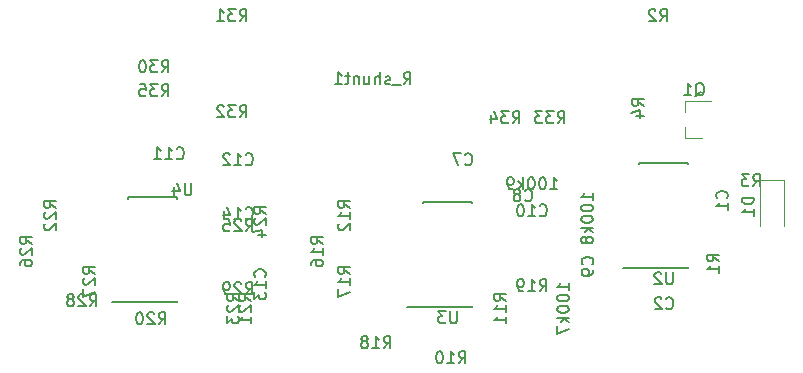
<source format=gbr>
G04 #@! TF.GenerationSoftware,KiCad,Pcbnew,(5.0.0-rc2-39-ga12b9db58)*
G04 #@! TF.CreationDate,2018-05-30T03:55:21-03:00*
G04 #@! TF.ProjectId,Signal,5369676E616C2E6B696361645F706362,rev?*
G04 #@! TF.SameCoordinates,Original*
G04 #@! TF.FileFunction,Legend,Bot*
G04 #@! TF.FilePolarity,Positive*
%FSLAX46Y46*%
G04 Gerber Fmt 4.6, Leading zero omitted, Abs format (unit mm)*
G04 Created by KiCad (PCBNEW (5.0.0-rc2-39-ga12b9db58)) date Wed May 30 03:55:21 2018*
%MOMM*%
%LPD*%
G01*
G04 APERTURE LIST*
%ADD10C,0.120000*%
%ADD11C,0.150000*%
G04 APERTURE END LIST*
D10*
G04 #@! TO.C,Q1*
X71376000Y-26472000D02*
X71376000Y-25542000D01*
X71376000Y-23312000D02*
X71376000Y-24242000D01*
X71376000Y-23312000D02*
X73536000Y-23312000D01*
X71376000Y-26472000D02*
X72836000Y-26472000D01*
G04 #@! TO.C,D1*
X77740000Y-30008000D02*
X79740000Y-30008000D01*
X79740000Y-30008000D02*
X79740000Y-33908000D01*
X77740000Y-30008000D02*
X77740000Y-33908000D01*
D11*
G04 #@! TO.C,U3*
X49233000Y-40772000D02*
X49233000Y-40747000D01*
X53383000Y-40772000D02*
X53383000Y-40657000D01*
X53383000Y-31872000D02*
X53383000Y-31987000D01*
X49233000Y-31872000D02*
X49233000Y-31987000D01*
X49233000Y-40772000D02*
X53383000Y-40772000D01*
X49233000Y-31872000D02*
X53383000Y-31872000D01*
X49233000Y-40747000D02*
X47858000Y-40747000D01*
G04 #@! TO.C,U4*
X24214000Y-40366000D02*
X22839000Y-40366000D01*
X24214000Y-31491000D02*
X28364000Y-31491000D01*
X24214000Y-40391000D02*
X28364000Y-40391000D01*
X24214000Y-31491000D02*
X24214000Y-31606000D01*
X28364000Y-31491000D02*
X28364000Y-31606000D01*
X28364000Y-40391000D02*
X28364000Y-40276000D01*
X24214000Y-40391000D02*
X24214000Y-40366000D01*
G04 #@! TO.C,U2*
X67521000Y-37470000D02*
X67521000Y-37445000D01*
X71671000Y-37470000D02*
X71671000Y-37355000D01*
X71671000Y-28570000D02*
X71671000Y-28685000D01*
X67521000Y-28570000D02*
X67521000Y-28685000D01*
X67521000Y-37470000D02*
X71671000Y-37470000D01*
X67521000Y-28570000D02*
X71671000Y-28570000D01*
X67521000Y-37445000D02*
X66146000Y-37445000D01*
G04 #@! TO.C,Q1*
X72231238Y-22939619D02*
X72326476Y-22892000D01*
X72421714Y-22796761D01*
X72564571Y-22653904D01*
X72659809Y-22606285D01*
X72755047Y-22606285D01*
X72707428Y-22844380D02*
X72802666Y-22796761D01*
X72897904Y-22701523D01*
X72945523Y-22511047D01*
X72945523Y-22177714D01*
X72897904Y-21987238D01*
X72802666Y-21892000D01*
X72707428Y-21844380D01*
X72516952Y-21844380D01*
X72421714Y-21892000D01*
X72326476Y-21987238D01*
X72278857Y-22177714D01*
X72278857Y-22511047D01*
X72326476Y-22701523D01*
X72421714Y-22796761D01*
X72516952Y-22844380D01*
X72707428Y-22844380D01*
X71326476Y-22844380D02*
X71897904Y-22844380D01*
X71612190Y-22844380D02*
X71612190Y-21844380D01*
X71707428Y-21987238D01*
X71802666Y-22082476D01*
X71897904Y-22130095D01*
G04 #@! TO.C,R18*
X45854857Y-44266380D02*
X46188190Y-43790190D01*
X46426285Y-44266380D02*
X46426285Y-43266380D01*
X46045333Y-43266380D01*
X45950095Y-43314000D01*
X45902476Y-43361619D01*
X45854857Y-43456857D01*
X45854857Y-43599714D01*
X45902476Y-43694952D01*
X45950095Y-43742571D01*
X46045333Y-43790190D01*
X46426285Y-43790190D01*
X44902476Y-44266380D02*
X45473904Y-44266380D01*
X45188190Y-44266380D02*
X45188190Y-43266380D01*
X45283428Y-43409238D01*
X45378666Y-43504476D01*
X45473904Y-43552095D01*
X44331047Y-43694952D02*
X44426285Y-43647333D01*
X44473904Y-43599714D01*
X44521523Y-43504476D01*
X44521523Y-43456857D01*
X44473904Y-43361619D01*
X44426285Y-43314000D01*
X44331047Y-43266380D01*
X44140571Y-43266380D01*
X44045333Y-43314000D01*
X43997714Y-43361619D01*
X43950095Y-43456857D01*
X43950095Y-43504476D01*
X43997714Y-43599714D01*
X44045333Y-43647333D01*
X44140571Y-43694952D01*
X44331047Y-43694952D01*
X44426285Y-43742571D01*
X44473904Y-43790190D01*
X44521523Y-43885428D01*
X44521523Y-44075904D01*
X44473904Y-44171142D01*
X44426285Y-44218761D01*
X44331047Y-44266380D01*
X44140571Y-44266380D01*
X44045333Y-44218761D01*
X43997714Y-44171142D01*
X43950095Y-44075904D01*
X43950095Y-43885428D01*
X43997714Y-43790190D01*
X44045333Y-43742571D01*
X44140571Y-43694952D01*
G04 #@! TO.C,C14*
X34170857Y-33251142D02*
X34218476Y-33298761D01*
X34361333Y-33346380D01*
X34456571Y-33346380D01*
X34599428Y-33298761D01*
X34694666Y-33203523D01*
X34742285Y-33108285D01*
X34789904Y-32917809D01*
X34789904Y-32774952D01*
X34742285Y-32584476D01*
X34694666Y-32489238D01*
X34599428Y-32394000D01*
X34456571Y-32346380D01*
X34361333Y-32346380D01*
X34218476Y-32394000D01*
X34170857Y-32441619D01*
X33218476Y-33346380D02*
X33789904Y-33346380D01*
X33504190Y-33346380D02*
X33504190Y-32346380D01*
X33599428Y-32489238D01*
X33694666Y-32584476D01*
X33789904Y-32632095D01*
X32361333Y-32679714D02*
X32361333Y-33346380D01*
X32599428Y-32298761D02*
X32837523Y-33013047D01*
X32218476Y-33013047D01*
G04 #@! TO.C,C13*
X35791142Y-38219142D02*
X35838761Y-38171523D01*
X35886380Y-38028666D01*
X35886380Y-37933428D01*
X35838761Y-37790571D01*
X35743523Y-37695333D01*
X35648285Y-37647714D01*
X35457809Y-37600095D01*
X35314952Y-37600095D01*
X35124476Y-37647714D01*
X35029238Y-37695333D01*
X34934000Y-37790571D01*
X34886380Y-37933428D01*
X34886380Y-38028666D01*
X34934000Y-38171523D01*
X34981619Y-38219142D01*
X35886380Y-39171523D02*
X35886380Y-38600095D01*
X35886380Y-38885809D02*
X34886380Y-38885809D01*
X35029238Y-38790571D01*
X35124476Y-38695333D01*
X35172095Y-38600095D01*
X34886380Y-39504857D02*
X34886380Y-40123904D01*
X35267333Y-39790571D01*
X35267333Y-39933428D01*
X35314952Y-40028666D01*
X35362571Y-40076285D01*
X35457809Y-40123904D01*
X35695904Y-40123904D01*
X35791142Y-40076285D01*
X35838761Y-40028666D01*
X35886380Y-39933428D01*
X35886380Y-39647714D01*
X35838761Y-39552476D01*
X35791142Y-39504857D01*
G04 #@! TO.C,C12*
X34170857Y-28679142D02*
X34218476Y-28726761D01*
X34361333Y-28774380D01*
X34456571Y-28774380D01*
X34599428Y-28726761D01*
X34694666Y-28631523D01*
X34742285Y-28536285D01*
X34789904Y-28345809D01*
X34789904Y-28202952D01*
X34742285Y-28012476D01*
X34694666Y-27917238D01*
X34599428Y-27822000D01*
X34456571Y-27774380D01*
X34361333Y-27774380D01*
X34218476Y-27822000D01*
X34170857Y-27869619D01*
X33218476Y-28774380D02*
X33789904Y-28774380D01*
X33504190Y-28774380D02*
X33504190Y-27774380D01*
X33599428Y-27917238D01*
X33694666Y-28012476D01*
X33789904Y-28060095D01*
X32837523Y-27869619D02*
X32789904Y-27822000D01*
X32694666Y-27774380D01*
X32456571Y-27774380D01*
X32361333Y-27822000D01*
X32313714Y-27869619D01*
X32266095Y-27964857D01*
X32266095Y-28060095D01*
X32313714Y-28202952D01*
X32885142Y-28774380D01*
X32266095Y-28774380D01*
G04 #@! TO.C,C11*
X28328857Y-28171142D02*
X28376476Y-28218761D01*
X28519333Y-28266380D01*
X28614571Y-28266380D01*
X28757428Y-28218761D01*
X28852666Y-28123523D01*
X28900285Y-28028285D01*
X28947904Y-27837809D01*
X28947904Y-27694952D01*
X28900285Y-27504476D01*
X28852666Y-27409238D01*
X28757428Y-27314000D01*
X28614571Y-27266380D01*
X28519333Y-27266380D01*
X28376476Y-27314000D01*
X28328857Y-27361619D01*
X27376476Y-28266380D02*
X27947904Y-28266380D01*
X27662190Y-28266380D02*
X27662190Y-27266380D01*
X27757428Y-27409238D01*
X27852666Y-27504476D01*
X27947904Y-27552095D01*
X26424095Y-28266380D02*
X26995523Y-28266380D01*
X26709809Y-28266380D02*
X26709809Y-27266380D01*
X26805047Y-27409238D01*
X26900285Y-27504476D01*
X26995523Y-27552095D01*
G04 #@! TO.C,C1*
X74907142Y-31583333D02*
X74954761Y-31535714D01*
X75002380Y-31392857D01*
X75002380Y-31297619D01*
X74954761Y-31154761D01*
X74859523Y-31059523D01*
X74764285Y-31011904D01*
X74573809Y-30964285D01*
X74430952Y-30964285D01*
X74240476Y-31011904D01*
X74145238Y-31059523D01*
X74050000Y-31154761D01*
X74002380Y-31297619D01*
X74002380Y-31392857D01*
X74050000Y-31535714D01*
X74097619Y-31583333D01*
X75002380Y-32535714D02*
X75002380Y-31964285D01*
X75002380Y-32250000D02*
X74002380Y-32250000D01*
X74145238Y-32154761D01*
X74240476Y-32059523D01*
X74288095Y-31964285D01*
G04 #@! TO.C,C2*
X69762666Y-40869142D02*
X69810285Y-40916761D01*
X69953142Y-40964380D01*
X70048380Y-40964380D01*
X70191238Y-40916761D01*
X70286476Y-40821523D01*
X70334095Y-40726285D01*
X70381714Y-40535809D01*
X70381714Y-40392952D01*
X70334095Y-40202476D01*
X70286476Y-40107238D01*
X70191238Y-40012000D01*
X70048380Y-39964380D01*
X69953142Y-39964380D01*
X69810285Y-40012000D01*
X69762666Y-40059619D01*
X69381714Y-40059619D02*
X69334095Y-40012000D01*
X69238857Y-39964380D01*
X69000761Y-39964380D01*
X68905523Y-40012000D01*
X68857904Y-40059619D01*
X68810285Y-40154857D01*
X68810285Y-40250095D01*
X68857904Y-40392952D01*
X69429333Y-40964380D01*
X68810285Y-40964380D01*
G04 #@! TO.C,C7*
X52744666Y-28679142D02*
X52792285Y-28726761D01*
X52935142Y-28774380D01*
X53030380Y-28774380D01*
X53173238Y-28726761D01*
X53268476Y-28631523D01*
X53316095Y-28536285D01*
X53363714Y-28345809D01*
X53363714Y-28202952D01*
X53316095Y-28012476D01*
X53268476Y-27917238D01*
X53173238Y-27822000D01*
X53030380Y-27774380D01*
X52935142Y-27774380D01*
X52792285Y-27822000D01*
X52744666Y-27869619D01*
X52411333Y-27774380D02*
X51744666Y-27774380D01*
X52173238Y-28774380D01*
G04 #@! TO.C,C8*
X57824666Y-31725142D02*
X57872285Y-31772761D01*
X58015142Y-31820380D01*
X58110380Y-31820380D01*
X58253238Y-31772761D01*
X58348476Y-31677523D01*
X58396095Y-31582285D01*
X58443714Y-31391809D01*
X58443714Y-31248952D01*
X58396095Y-31058476D01*
X58348476Y-30963238D01*
X58253238Y-30868000D01*
X58110380Y-30820380D01*
X58015142Y-30820380D01*
X57872285Y-30868000D01*
X57824666Y-30915619D01*
X57253238Y-31248952D02*
X57348476Y-31201333D01*
X57396095Y-31153714D01*
X57443714Y-31058476D01*
X57443714Y-31010857D01*
X57396095Y-30915619D01*
X57348476Y-30868000D01*
X57253238Y-30820380D01*
X57062761Y-30820380D01*
X56967523Y-30868000D01*
X56919904Y-30915619D01*
X56872285Y-31010857D01*
X56872285Y-31058476D01*
X56919904Y-31153714D01*
X56967523Y-31201333D01*
X57062761Y-31248952D01*
X57253238Y-31248952D01*
X57348476Y-31296571D01*
X57396095Y-31344190D01*
X57443714Y-31439428D01*
X57443714Y-31629904D01*
X57396095Y-31725142D01*
X57348476Y-31772761D01*
X57253238Y-31820380D01*
X57062761Y-31820380D01*
X56967523Y-31772761D01*
X56919904Y-31725142D01*
X56872285Y-31629904D01*
X56872285Y-31439428D01*
X56919904Y-31344190D01*
X56967523Y-31296571D01*
X57062761Y-31248952D01*
G04 #@! TO.C,C9*
X63523642Y-37171333D02*
X63571261Y-37123714D01*
X63618880Y-36980857D01*
X63618880Y-36885619D01*
X63571261Y-36742761D01*
X63476023Y-36647523D01*
X63380785Y-36599904D01*
X63190309Y-36552285D01*
X63047452Y-36552285D01*
X62856976Y-36599904D01*
X62761738Y-36647523D01*
X62666500Y-36742761D01*
X62618880Y-36885619D01*
X62618880Y-36980857D01*
X62666500Y-37123714D01*
X62714119Y-37171333D01*
X63618880Y-37647523D02*
X63618880Y-37838000D01*
X63571261Y-37933238D01*
X63523642Y-37980857D01*
X63380785Y-38076095D01*
X63190309Y-38123714D01*
X62809357Y-38123714D01*
X62714119Y-38076095D01*
X62666500Y-38028476D01*
X62618880Y-37933238D01*
X62618880Y-37742761D01*
X62666500Y-37647523D01*
X62714119Y-37599904D01*
X62809357Y-37552285D01*
X63047452Y-37552285D01*
X63142690Y-37599904D01*
X63190309Y-37647523D01*
X63237928Y-37742761D01*
X63237928Y-37933238D01*
X63190309Y-38028476D01*
X63142690Y-38076095D01*
X63047452Y-38123714D01*
G04 #@! TO.C,C10*
X59062857Y-32997142D02*
X59110476Y-33044761D01*
X59253333Y-33092380D01*
X59348571Y-33092380D01*
X59491428Y-33044761D01*
X59586666Y-32949523D01*
X59634285Y-32854285D01*
X59681904Y-32663809D01*
X59681904Y-32520952D01*
X59634285Y-32330476D01*
X59586666Y-32235238D01*
X59491428Y-32140000D01*
X59348571Y-32092380D01*
X59253333Y-32092380D01*
X59110476Y-32140000D01*
X59062857Y-32187619D01*
X58110476Y-33092380D02*
X58681904Y-33092380D01*
X58396190Y-33092380D02*
X58396190Y-32092380D01*
X58491428Y-32235238D01*
X58586666Y-32330476D01*
X58681904Y-32378095D01*
X57491428Y-32092380D02*
X57396190Y-32092380D01*
X57300952Y-32140000D01*
X57253333Y-32187619D01*
X57205714Y-32282857D01*
X57158095Y-32473333D01*
X57158095Y-32711428D01*
X57205714Y-32901904D01*
X57253333Y-32997142D01*
X57300952Y-33044761D01*
X57396190Y-33092380D01*
X57491428Y-33092380D01*
X57586666Y-33044761D01*
X57634285Y-32997142D01*
X57681904Y-32901904D01*
X57729523Y-32711428D01*
X57729523Y-32473333D01*
X57681904Y-32282857D01*
X57634285Y-32187619D01*
X57586666Y-32140000D01*
X57491428Y-32092380D01*
G04 #@! TO.C,D1*
X77192380Y-31519904D02*
X76192380Y-31519904D01*
X76192380Y-31758000D01*
X76240000Y-31900857D01*
X76335238Y-31996095D01*
X76430476Y-32043714D01*
X76620952Y-32091333D01*
X76763809Y-32091333D01*
X76954285Y-32043714D01*
X77049523Y-31996095D01*
X77144761Y-31900857D01*
X77192380Y-31758000D01*
X77192380Y-31519904D01*
X77192380Y-33043714D02*
X77192380Y-32472285D01*
X77192380Y-32758000D02*
X76192380Y-32758000D01*
X76335238Y-32662761D01*
X76430476Y-32567523D01*
X76478095Y-32472285D01*
G04 #@! TO.C,R16*
X40712380Y-35425142D02*
X40236190Y-35091809D01*
X40712380Y-34853714D02*
X39712380Y-34853714D01*
X39712380Y-35234666D01*
X39760000Y-35329904D01*
X39807619Y-35377523D01*
X39902857Y-35425142D01*
X40045714Y-35425142D01*
X40140952Y-35377523D01*
X40188571Y-35329904D01*
X40236190Y-35234666D01*
X40236190Y-34853714D01*
X40712380Y-36377523D02*
X40712380Y-35806095D01*
X40712380Y-36091809D02*
X39712380Y-36091809D01*
X39855238Y-35996571D01*
X39950476Y-35901333D01*
X39998095Y-35806095D01*
X39712380Y-37234666D02*
X39712380Y-37044190D01*
X39760000Y-36948952D01*
X39807619Y-36901333D01*
X39950476Y-36806095D01*
X40140952Y-36758476D01*
X40521904Y-36758476D01*
X40617142Y-36806095D01*
X40664761Y-36853714D01*
X40712380Y-36948952D01*
X40712380Y-37139428D01*
X40664761Y-37234666D01*
X40617142Y-37282285D01*
X40521904Y-37329904D01*
X40283809Y-37329904D01*
X40188571Y-37282285D01*
X40140952Y-37234666D01*
X40093333Y-37139428D01*
X40093333Y-36948952D01*
X40140952Y-36853714D01*
X40188571Y-36806095D01*
X40283809Y-36758476D01*
G04 #@! TO.C,100k7*
X61538380Y-39346380D02*
X61538380Y-38774952D01*
X61538380Y-39060666D02*
X60538380Y-39060666D01*
X60681238Y-38965428D01*
X60776476Y-38870190D01*
X60824095Y-38774952D01*
X60538380Y-39965428D02*
X60538380Y-40060666D01*
X60586000Y-40155904D01*
X60633619Y-40203523D01*
X60728857Y-40251142D01*
X60919333Y-40298761D01*
X61157428Y-40298761D01*
X61347904Y-40251142D01*
X61443142Y-40203523D01*
X61490761Y-40155904D01*
X61538380Y-40060666D01*
X61538380Y-39965428D01*
X61490761Y-39870190D01*
X61443142Y-39822571D01*
X61347904Y-39774952D01*
X61157428Y-39727333D01*
X60919333Y-39727333D01*
X60728857Y-39774952D01*
X60633619Y-39822571D01*
X60586000Y-39870190D01*
X60538380Y-39965428D01*
X60538380Y-40917809D02*
X60538380Y-41013047D01*
X60586000Y-41108285D01*
X60633619Y-41155904D01*
X60728857Y-41203523D01*
X60919333Y-41251142D01*
X61157428Y-41251142D01*
X61347904Y-41203523D01*
X61443142Y-41155904D01*
X61490761Y-41108285D01*
X61538380Y-41013047D01*
X61538380Y-40917809D01*
X61490761Y-40822571D01*
X61443142Y-40774952D01*
X61347904Y-40727333D01*
X61157428Y-40679714D01*
X60919333Y-40679714D01*
X60728857Y-40727333D01*
X60633619Y-40774952D01*
X60586000Y-40822571D01*
X60538380Y-40917809D01*
X61538380Y-41679714D02*
X60538380Y-41679714D01*
X61157428Y-41774952D02*
X61538380Y-42060666D01*
X60871714Y-42060666D02*
X61252666Y-41679714D01*
X60538380Y-42394000D02*
X60538380Y-43060666D01*
X61538380Y-42632095D01*
G04 #@! TO.C,R12*
X42998380Y-32377142D02*
X42522190Y-32043809D01*
X42998380Y-31805714D02*
X41998380Y-31805714D01*
X41998380Y-32186666D01*
X42046000Y-32281904D01*
X42093619Y-32329523D01*
X42188857Y-32377142D01*
X42331714Y-32377142D01*
X42426952Y-32329523D01*
X42474571Y-32281904D01*
X42522190Y-32186666D01*
X42522190Y-31805714D01*
X42998380Y-33329523D02*
X42998380Y-32758095D01*
X42998380Y-33043809D02*
X41998380Y-33043809D01*
X42141238Y-32948571D01*
X42236476Y-32853333D01*
X42284095Y-32758095D01*
X42093619Y-33710476D02*
X42046000Y-33758095D01*
X41998380Y-33853333D01*
X41998380Y-34091428D01*
X42046000Y-34186666D01*
X42093619Y-34234285D01*
X42188857Y-34281904D01*
X42284095Y-34281904D01*
X42426952Y-34234285D01*
X42998380Y-33662857D01*
X42998380Y-34281904D01*
G04 #@! TO.C,R1*
X74240380Y-36917333D02*
X73764190Y-36584000D01*
X74240380Y-36345904D02*
X73240380Y-36345904D01*
X73240380Y-36726857D01*
X73288000Y-36822095D01*
X73335619Y-36869714D01*
X73430857Y-36917333D01*
X73573714Y-36917333D01*
X73668952Y-36869714D01*
X73716571Y-36822095D01*
X73764190Y-36726857D01*
X73764190Y-36345904D01*
X74240380Y-37869714D02*
X74240380Y-37298285D01*
X74240380Y-37584000D02*
X73240380Y-37584000D01*
X73383238Y-37488761D01*
X73478476Y-37393523D01*
X73526095Y-37298285D01*
G04 #@! TO.C,R2*
X69254666Y-16582380D02*
X69588000Y-16106190D01*
X69826095Y-16582380D02*
X69826095Y-15582380D01*
X69445142Y-15582380D01*
X69349904Y-15630000D01*
X69302285Y-15677619D01*
X69254666Y-15772857D01*
X69254666Y-15915714D01*
X69302285Y-16010952D01*
X69349904Y-16058571D01*
X69445142Y-16106190D01*
X69826095Y-16106190D01*
X68873714Y-15677619D02*
X68826095Y-15630000D01*
X68730857Y-15582380D01*
X68492761Y-15582380D01*
X68397523Y-15630000D01*
X68349904Y-15677619D01*
X68302285Y-15772857D01*
X68302285Y-15868095D01*
X68349904Y-16010952D01*
X68921333Y-16582380D01*
X68302285Y-16582380D01*
G04 #@! TO.C,R3*
X77128666Y-30550380D02*
X77462000Y-30074190D01*
X77700095Y-30550380D02*
X77700095Y-29550380D01*
X77319142Y-29550380D01*
X77223904Y-29598000D01*
X77176285Y-29645619D01*
X77128666Y-29740857D01*
X77128666Y-29883714D01*
X77176285Y-29978952D01*
X77223904Y-30026571D01*
X77319142Y-30074190D01*
X77700095Y-30074190D01*
X76795333Y-29550380D02*
X76176285Y-29550380D01*
X76509619Y-29931333D01*
X76366761Y-29931333D01*
X76271523Y-29978952D01*
X76223904Y-30026571D01*
X76176285Y-30121809D01*
X76176285Y-30359904D01*
X76223904Y-30455142D01*
X76271523Y-30502761D01*
X76366761Y-30550380D01*
X76652476Y-30550380D01*
X76747714Y-30502761D01*
X76795333Y-30455142D01*
G04 #@! TO.C,R4*
X67890380Y-23757833D02*
X67414190Y-23424500D01*
X67890380Y-23186404D02*
X66890380Y-23186404D01*
X66890380Y-23567357D01*
X66938000Y-23662595D01*
X66985619Y-23710214D01*
X67080857Y-23757833D01*
X67223714Y-23757833D01*
X67318952Y-23710214D01*
X67366571Y-23662595D01*
X67414190Y-23567357D01*
X67414190Y-23186404D01*
X67223714Y-24614976D02*
X67890380Y-24614976D01*
X66842761Y-24376880D02*
X67557047Y-24138785D01*
X67557047Y-24757833D01*
G04 #@! TO.C,R10*
X52204857Y-45536380D02*
X52538190Y-45060190D01*
X52776285Y-45536380D02*
X52776285Y-44536380D01*
X52395333Y-44536380D01*
X52300095Y-44584000D01*
X52252476Y-44631619D01*
X52204857Y-44726857D01*
X52204857Y-44869714D01*
X52252476Y-44964952D01*
X52300095Y-45012571D01*
X52395333Y-45060190D01*
X52776285Y-45060190D01*
X51252476Y-45536380D02*
X51823904Y-45536380D01*
X51538190Y-45536380D02*
X51538190Y-44536380D01*
X51633428Y-44679238D01*
X51728666Y-44774476D01*
X51823904Y-44822095D01*
X50633428Y-44536380D02*
X50538190Y-44536380D01*
X50442952Y-44584000D01*
X50395333Y-44631619D01*
X50347714Y-44726857D01*
X50300095Y-44917333D01*
X50300095Y-45155428D01*
X50347714Y-45345904D01*
X50395333Y-45441142D01*
X50442952Y-45488761D01*
X50538190Y-45536380D01*
X50633428Y-45536380D01*
X50728666Y-45488761D01*
X50776285Y-45441142D01*
X50823904Y-45345904D01*
X50871523Y-45155428D01*
X50871523Y-44917333D01*
X50823904Y-44726857D01*
X50776285Y-44631619D01*
X50728666Y-44584000D01*
X50633428Y-44536380D01*
G04 #@! TO.C,R11*
X56206380Y-40251142D02*
X55730190Y-39917809D01*
X56206380Y-39679714D02*
X55206380Y-39679714D01*
X55206380Y-40060666D01*
X55254000Y-40155904D01*
X55301619Y-40203523D01*
X55396857Y-40251142D01*
X55539714Y-40251142D01*
X55634952Y-40203523D01*
X55682571Y-40155904D01*
X55730190Y-40060666D01*
X55730190Y-39679714D01*
X56206380Y-41203523D02*
X56206380Y-40632095D01*
X56206380Y-40917809D02*
X55206380Y-40917809D01*
X55349238Y-40822571D01*
X55444476Y-40727333D01*
X55492095Y-40632095D01*
X56206380Y-42155904D02*
X56206380Y-41584476D01*
X56206380Y-41870190D02*
X55206380Y-41870190D01*
X55349238Y-41774952D01*
X55444476Y-41679714D01*
X55492095Y-41584476D01*
G04 #@! TO.C,R_shunt1*
X47553238Y-21916380D02*
X47886571Y-21440190D01*
X48124666Y-21916380D02*
X48124666Y-20916380D01*
X47743714Y-20916380D01*
X47648476Y-20964000D01*
X47600857Y-21011619D01*
X47553238Y-21106857D01*
X47553238Y-21249714D01*
X47600857Y-21344952D01*
X47648476Y-21392571D01*
X47743714Y-21440190D01*
X48124666Y-21440190D01*
X47362761Y-22011619D02*
X46600857Y-22011619D01*
X46410380Y-21868761D02*
X46315142Y-21916380D01*
X46124666Y-21916380D01*
X46029428Y-21868761D01*
X45981809Y-21773523D01*
X45981809Y-21725904D01*
X46029428Y-21630666D01*
X46124666Y-21583047D01*
X46267523Y-21583047D01*
X46362761Y-21535428D01*
X46410380Y-21440190D01*
X46410380Y-21392571D01*
X46362761Y-21297333D01*
X46267523Y-21249714D01*
X46124666Y-21249714D01*
X46029428Y-21297333D01*
X45553238Y-21916380D02*
X45553238Y-20916380D01*
X45124666Y-21916380D02*
X45124666Y-21392571D01*
X45172285Y-21297333D01*
X45267523Y-21249714D01*
X45410380Y-21249714D01*
X45505619Y-21297333D01*
X45553238Y-21344952D01*
X44219904Y-21249714D02*
X44219904Y-21916380D01*
X44648476Y-21249714D02*
X44648476Y-21773523D01*
X44600857Y-21868761D01*
X44505619Y-21916380D01*
X44362761Y-21916380D01*
X44267523Y-21868761D01*
X44219904Y-21821142D01*
X43743714Y-21249714D02*
X43743714Y-21916380D01*
X43743714Y-21344952D02*
X43696095Y-21297333D01*
X43600857Y-21249714D01*
X43458000Y-21249714D01*
X43362761Y-21297333D01*
X43315142Y-21392571D01*
X43315142Y-21916380D01*
X42981809Y-21249714D02*
X42600857Y-21249714D01*
X42838952Y-20916380D02*
X42838952Y-21773523D01*
X42791333Y-21868761D01*
X42696095Y-21916380D01*
X42600857Y-21916380D01*
X41743714Y-21916380D02*
X42315142Y-21916380D01*
X42029428Y-21916380D02*
X42029428Y-20916380D01*
X42124666Y-21059238D01*
X42219904Y-21154476D01*
X42315142Y-21202095D01*
G04 #@! TO.C,R28*
X20962857Y-40712380D02*
X21296190Y-40236190D01*
X21534285Y-40712380D02*
X21534285Y-39712380D01*
X21153333Y-39712380D01*
X21058095Y-39760000D01*
X21010476Y-39807619D01*
X20962857Y-39902857D01*
X20962857Y-40045714D01*
X21010476Y-40140952D01*
X21058095Y-40188571D01*
X21153333Y-40236190D01*
X21534285Y-40236190D01*
X20581904Y-39807619D02*
X20534285Y-39760000D01*
X20439047Y-39712380D01*
X20200952Y-39712380D01*
X20105714Y-39760000D01*
X20058095Y-39807619D01*
X20010476Y-39902857D01*
X20010476Y-39998095D01*
X20058095Y-40140952D01*
X20629523Y-40712380D01*
X20010476Y-40712380D01*
X19439047Y-40140952D02*
X19534285Y-40093333D01*
X19581904Y-40045714D01*
X19629523Y-39950476D01*
X19629523Y-39902857D01*
X19581904Y-39807619D01*
X19534285Y-39760000D01*
X19439047Y-39712380D01*
X19248571Y-39712380D01*
X19153333Y-39760000D01*
X19105714Y-39807619D01*
X19058095Y-39902857D01*
X19058095Y-39950476D01*
X19105714Y-40045714D01*
X19153333Y-40093333D01*
X19248571Y-40140952D01*
X19439047Y-40140952D01*
X19534285Y-40188571D01*
X19581904Y-40236190D01*
X19629523Y-40331428D01*
X19629523Y-40521904D01*
X19581904Y-40617142D01*
X19534285Y-40664761D01*
X19439047Y-40712380D01*
X19248571Y-40712380D01*
X19153333Y-40664761D01*
X19105714Y-40617142D01*
X19058095Y-40521904D01*
X19058095Y-40331428D01*
X19105714Y-40236190D01*
X19153333Y-40188571D01*
X19248571Y-40140952D01*
G04 #@! TO.C,R27*
X21406380Y-37965142D02*
X20930190Y-37631809D01*
X21406380Y-37393714D02*
X20406380Y-37393714D01*
X20406380Y-37774666D01*
X20454000Y-37869904D01*
X20501619Y-37917523D01*
X20596857Y-37965142D01*
X20739714Y-37965142D01*
X20834952Y-37917523D01*
X20882571Y-37869904D01*
X20930190Y-37774666D01*
X20930190Y-37393714D01*
X20501619Y-38346095D02*
X20454000Y-38393714D01*
X20406380Y-38488952D01*
X20406380Y-38727047D01*
X20454000Y-38822285D01*
X20501619Y-38869904D01*
X20596857Y-38917523D01*
X20692095Y-38917523D01*
X20834952Y-38869904D01*
X21406380Y-38298476D01*
X21406380Y-38917523D01*
X20406380Y-39250857D02*
X20406380Y-39917523D01*
X21406380Y-39488952D01*
G04 #@! TO.C,100k8*
X63570380Y-31726380D02*
X63570380Y-31154952D01*
X63570380Y-31440666D02*
X62570380Y-31440666D01*
X62713238Y-31345428D01*
X62808476Y-31250190D01*
X62856095Y-31154952D01*
X62570380Y-32345428D02*
X62570380Y-32440666D01*
X62618000Y-32535904D01*
X62665619Y-32583523D01*
X62760857Y-32631142D01*
X62951333Y-32678761D01*
X63189428Y-32678761D01*
X63379904Y-32631142D01*
X63475142Y-32583523D01*
X63522761Y-32535904D01*
X63570380Y-32440666D01*
X63570380Y-32345428D01*
X63522761Y-32250190D01*
X63475142Y-32202571D01*
X63379904Y-32154952D01*
X63189428Y-32107333D01*
X62951333Y-32107333D01*
X62760857Y-32154952D01*
X62665619Y-32202571D01*
X62618000Y-32250190D01*
X62570380Y-32345428D01*
X62570380Y-33297809D02*
X62570380Y-33393047D01*
X62618000Y-33488285D01*
X62665619Y-33535904D01*
X62760857Y-33583523D01*
X62951333Y-33631142D01*
X63189428Y-33631142D01*
X63379904Y-33583523D01*
X63475142Y-33535904D01*
X63522761Y-33488285D01*
X63570380Y-33393047D01*
X63570380Y-33297809D01*
X63522761Y-33202571D01*
X63475142Y-33154952D01*
X63379904Y-33107333D01*
X63189428Y-33059714D01*
X62951333Y-33059714D01*
X62760857Y-33107333D01*
X62665619Y-33154952D01*
X62618000Y-33202571D01*
X62570380Y-33297809D01*
X63570380Y-34059714D02*
X62570380Y-34059714D01*
X63189428Y-34154952D02*
X63570380Y-34440666D01*
X62903714Y-34440666D02*
X63284666Y-34059714D01*
X62998952Y-35012095D02*
X62951333Y-34916857D01*
X62903714Y-34869238D01*
X62808476Y-34821619D01*
X62760857Y-34821619D01*
X62665619Y-34869238D01*
X62618000Y-34916857D01*
X62570380Y-35012095D01*
X62570380Y-35202571D01*
X62618000Y-35297809D01*
X62665619Y-35345428D01*
X62760857Y-35393047D01*
X62808476Y-35393047D01*
X62903714Y-35345428D01*
X62951333Y-35297809D01*
X62998952Y-35202571D01*
X62998952Y-35012095D01*
X63046571Y-34916857D01*
X63094190Y-34869238D01*
X63189428Y-34821619D01*
X63379904Y-34821619D01*
X63475142Y-34869238D01*
X63522761Y-34916857D01*
X63570380Y-35012095D01*
X63570380Y-35202571D01*
X63522761Y-35297809D01*
X63475142Y-35345428D01*
X63379904Y-35393047D01*
X63189428Y-35393047D01*
X63094190Y-35345428D01*
X63046571Y-35297809D01*
X62998952Y-35202571D01*
G04 #@! TO.C,R25*
X34170857Y-34360380D02*
X34504190Y-33884190D01*
X34742285Y-34360380D02*
X34742285Y-33360380D01*
X34361333Y-33360380D01*
X34266095Y-33408000D01*
X34218476Y-33455619D01*
X34170857Y-33550857D01*
X34170857Y-33693714D01*
X34218476Y-33788952D01*
X34266095Y-33836571D01*
X34361333Y-33884190D01*
X34742285Y-33884190D01*
X33789904Y-33455619D02*
X33742285Y-33408000D01*
X33647047Y-33360380D01*
X33408952Y-33360380D01*
X33313714Y-33408000D01*
X33266095Y-33455619D01*
X33218476Y-33550857D01*
X33218476Y-33646095D01*
X33266095Y-33788952D01*
X33837523Y-34360380D01*
X33218476Y-34360380D01*
X32313714Y-33360380D02*
X32789904Y-33360380D01*
X32837523Y-33836571D01*
X32789904Y-33788952D01*
X32694666Y-33741333D01*
X32456571Y-33741333D01*
X32361333Y-33788952D01*
X32313714Y-33836571D01*
X32266095Y-33931809D01*
X32266095Y-34169904D01*
X32313714Y-34265142D01*
X32361333Y-34312761D01*
X32456571Y-34360380D01*
X32694666Y-34360380D01*
X32789904Y-34312761D01*
X32837523Y-34265142D01*
G04 #@! TO.C,R24*
X35886380Y-32885142D02*
X35410190Y-32551809D01*
X35886380Y-32313714D02*
X34886380Y-32313714D01*
X34886380Y-32694666D01*
X34934000Y-32789904D01*
X34981619Y-32837523D01*
X35076857Y-32885142D01*
X35219714Y-32885142D01*
X35314952Y-32837523D01*
X35362571Y-32789904D01*
X35410190Y-32694666D01*
X35410190Y-32313714D01*
X34981619Y-33266095D02*
X34934000Y-33313714D01*
X34886380Y-33408952D01*
X34886380Y-33647047D01*
X34934000Y-33742285D01*
X34981619Y-33789904D01*
X35076857Y-33837523D01*
X35172095Y-33837523D01*
X35314952Y-33789904D01*
X35886380Y-33218476D01*
X35886380Y-33837523D01*
X35219714Y-34694666D02*
X35886380Y-34694666D01*
X34838761Y-34456571D02*
X35553047Y-34218476D01*
X35553047Y-34837523D01*
G04 #@! TO.C,R23*
X33600380Y-40251142D02*
X33124190Y-39917809D01*
X33600380Y-39679714D02*
X32600380Y-39679714D01*
X32600380Y-40060666D01*
X32648000Y-40155904D01*
X32695619Y-40203523D01*
X32790857Y-40251142D01*
X32933714Y-40251142D01*
X33028952Y-40203523D01*
X33076571Y-40155904D01*
X33124190Y-40060666D01*
X33124190Y-39679714D01*
X32695619Y-40632095D02*
X32648000Y-40679714D01*
X32600380Y-40774952D01*
X32600380Y-41013047D01*
X32648000Y-41108285D01*
X32695619Y-41155904D01*
X32790857Y-41203523D01*
X32886095Y-41203523D01*
X33028952Y-41155904D01*
X33600380Y-40584476D01*
X33600380Y-41203523D01*
X32600380Y-41536857D02*
X32600380Y-42155904D01*
X32981333Y-41822571D01*
X32981333Y-41965428D01*
X33028952Y-42060666D01*
X33076571Y-42108285D01*
X33171809Y-42155904D01*
X33409904Y-42155904D01*
X33505142Y-42108285D01*
X33552761Y-42060666D01*
X33600380Y-41965428D01*
X33600380Y-41679714D01*
X33552761Y-41584476D01*
X33505142Y-41536857D01*
G04 #@! TO.C,R22*
X18106380Y-32377142D02*
X17630190Y-32043809D01*
X18106380Y-31805714D02*
X17106380Y-31805714D01*
X17106380Y-32186666D01*
X17154000Y-32281904D01*
X17201619Y-32329523D01*
X17296857Y-32377142D01*
X17439714Y-32377142D01*
X17534952Y-32329523D01*
X17582571Y-32281904D01*
X17630190Y-32186666D01*
X17630190Y-31805714D01*
X17201619Y-32758095D02*
X17154000Y-32805714D01*
X17106380Y-32900952D01*
X17106380Y-33139047D01*
X17154000Y-33234285D01*
X17201619Y-33281904D01*
X17296857Y-33329523D01*
X17392095Y-33329523D01*
X17534952Y-33281904D01*
X18106380Y-32710476D01*
X18106380Y-33329523D01*
X17201619Y-33710476D02*
X17154000Y-33758095D01*
X17106380Y-33853333D01*
X17106380Y-34091428D01*
X17154000Y-34186666D01*
X17201619Y-34234285D01*
X17296857Y-34281904D01*
X17392095Y-34281904D01*
X17534952Y-34234285D01*
X18106380Y-33662857D01*
X18106380Y-34281904D01*
G04 #@! TO.C,R21*
X34614380Y-40251142D02*
X34138190Y-39917809D01*
X34614380Y-39679714D02*
X33614380Y-39679714D01*
X33614380Y-40060666D01*
X33662000Y-40155904D01*
X33709619Y-40203523D01*
X33804857Y-40251142D01*
X33947714Y-40251142D01*
X34042952Y-40203523D01*
X34090571Y-40155904D01*
X34138190Y-40060666D01*
X34138190Y-39679714D01*
X33709619Y-40632095D02*
X33662000Y-40679714D01*
X33614380Y-40774952D01*
X33614380Y-41013047D01*
X33662000Y-41108285D01*
X33709619Y-41155904D01*
X33804857Y-41203523D01*
X33900095Y-41203523D01*
X34042952Y-41155904D01*
X34614380Y-40584476D01*
X34614380Y-41203523D01*
X34614380Y-42155904D02*
X34614380Y-41584476D01*
X34614380Y-41870190D02*
X33614380Y-41870190D01*
X33757238Y-41774952D01*
X33852476Y-41679714D01*
X33900095Y-41584476D01*
G04 #@! TO.C,R20*
X26804857Y-42236380D02*
X27138190Y-41760190D01*
X27376285Y-42236380D02*
X27376285Y-41236380D01*
X26995333Y-41236380D01*
X26900095Y-41284000D01*
X26852476Y-41331619D01*
X26804857Y-41426857D01*
X26804857Y-41569714D01*
X26852476Y-41664952D01*
X26900095Y-41712571D01*
X26995333Y-41760190D01*
X27376285Y-41760190D01*
X26423904Y-41331619D02*
X26376285Y-41284000D01*
X26281047Y-41236380D01*
X26042952Y-41236380D01*
X25947714Y-41284000D01*
X25900095Y-41331619D01*
X25852476Y-41426857D01*
X25852476Y-41522095D01*
X25900095Y-41664952D01*
X26471523Y-42236380D01*
X25852476Y-42236380D01*
X25233428Y-41236380D02*
X25138190Y-41236380D01*
X25042952Y-41284000D01*
X24995333Y-41331619D01*
X24947714Y-41426857D01*
X24900095Y-41617333D01*
X24900095Y-41855428D01*
X24947714Y-42045904D01*
X24995333Y-42141142D01*
X25042952Y-42188761D01*
X25138190Y-42236380D01*
X25233428Y-42236380D01*
X25328666Y-42188761D01*
X25376285Y-42141142D01*
X25423904Y-42045904D01*
X25471523Y-41855428D01*
X25471523Y-41617333D01*
X25423904Y-41426857D01*
X25376285Y-41331619D01*
X25328666Y-41284000D01*
X25233428Y-41236380D01*
G04 #@! TO.C,R19*
X59062857Y-39440380D02*
X59396190Y-38964190D01*
X59634285Y-39440380D02*
X59634285Y-38440380D01*
X59253333Y-38440380D01*
X59158095Y-38488000D01*
X59110476Y-38535619D01*
X59062857Y-38630857D01*
X59062857Y-38773714D01*
X59110476Y-38868952D01*
X59158095Y-38916571D01*
X59253333Y-38964190D01*
X59634285Y-38964190D01*
X58110476Y-39440380D02*
X58681904Y-39440380D01*
X58396190Y-39440380D02*
X58396190Y-38440380D01*
X58491428Y-38583238D01*
X58586666Y-38678476D01*
X58681904Y-38726095D01*
X57634285Y-39440380D02*
X57443809Y-39440380D01*
X57348571Y-39392761D01*
X57300952Y-39345142D01*
X57205714Y-39202285D01*
X57158095Y-39011809D01*
X57158095Y-38630857D01*
X57205714Y-38535619D01*
X57253333Y-38488000D01*
X57348571Y-38440380D01*
X57539047Y-38440380D01*
X57634285Y-38488000D01*
X57681904Y-38535619D01*
X57729523Y-38630857D01*
X57729523Y-38868952D01*
X57681904Y-38964190D01*
X57634285Y-39011809D01*
X57539047Y-39059428D01*
X57348571Y-39059428D01*
X57253333Y-39011809D01*
X57205714Y-38964190D01*
X57158095Y-38868952D01*
G04 #@! TO.C,R17*
X42998380Y-37965142D02*
X42522190Y-37631809D01*
X42998380Y-37393714D02*
X41998380Y-37393714D01*
X41998380Y-37774666D01*
X42046000Y-37869904D01*
X42093619Y-37917523D01*
X42188857Y-37965142D01*
X42331714Y-37965142D01*
X42426952Y-37917523D01*
X42474571Y-37869904D01*
X42522190Y-37774666D01*
X42522190Y-37393714D01*
X42998380Y-38917523D02*
X42998380Y-38346095D01*
X42998380Y-38631809D02*
X41998380Y-38631809D01*
X42141238Y-38536571D01*
X42236476Y-38441333D01*
X42284095Y-38346095D01*
X41998380Y-39250857D02*
X41998380Y-39917523D01*
X42998380Y-39488952D01*
G04 #@! TO.C,R26*
X16074380Y-35425142D02*
X15598190Y-35091809D01*
X16074380Y-34853714D02*
X15074380Y-34853714D01*
X15074380Y-35234666D01*
X15122000Y-35329904D01*
X15169619Y-35377523D01*
X15264857Y-35425142D01*
X15407714Y-35425142D01*
X15502952Y-35377523D01*
X15550571Y-35329904D01*
X15598190Y-35234666D01*
X15598190Y-34853714D01*
X15169619Y-35806095D02*
X15122000Y-35853714D01*
X15074380Y-35948952D01*
X15074380Y-36187047D01*
X15122000Y-36282285D01*
X15169619Y-36329904D01*
X15264857Y-36377523D01*
X15360095Y-36377523D01*
X15502952Y-36329904D01*
X16074380Y-35758476D01*
X16074380Y-36377523D01*
X15074380Y-37234666D02*
X15074380Y-37044190D01*
X15122000Y-36948952D01*
X15169619Y-36901333D01*
X15312476Y-36806095D01*
X15502952Y-36758476D01*
X15883904Y-36758476D01*
X15979142Y-36806095D01*
X16026761Y-36853714D01*
X16074380Y-36948952D01*
X16074380Y-37139428D01*
X16026761Y-37234666D01*
X15979142Y-37282285D01*
X15883904Y-37329904D01*
X15645809Y-37329904D01*
X15550571Y-37282285D01*
X15502952Y-37234666D01*
X15455333Y-37139428D01*
X15455333Y-36948952D01*
X15502952Y-36853714D01*
X15550571Y-36806095D01*
X15645809Y-36758476D01*
G04 #@! TO.C,100k9*
X59967619Y-30806380D02*
X60539047Y-30806380D01*
X60253333Y-30806380D02*
X60253333Y-29806380D01*
X60348571Y-29949238D01*
X60443809Y-30044476D01*
X60539047Y-30092095D01*
X59348571Y-29806380D02*
X59253333Y-29806380D01*
X59158095Y-29854000D01*
X59110476Y-29901619D01*
X59062857Y-29996857D01*
X59015238Y-30187333D01*
X59015238Y-30425428D01*
X59062857Y-30615904D01*
X59110476Y-30711142D01*
X59158095Y-30758761D01*
X59253333Y-30806380D01*
X59348571Y-30806380D01*
X59443809Y-30758761D01*
X59491428Y-30711142D01*
X59539047Y-30615904D01*
X59586666Y-30425428D01*
X59586666Y-30187333D01*
X59539047Y-29996857D01*
X59491428Y-29901619D01*
X59443809Y-29854000D01*
X59348571Y-29806380D01*
X58396190Y-29806380D02*
X58300952Y-29806380D01*
X58205714Y-29854000D01*
X58158095Y-29901619D01*
X58110476Y-29996857D01*
X58062857Y-30187333D01*
X58062857Y-30425428D01*
X58110476Y-30615904D01*
X58158095Y-30711142D01*
X58205714Y-30758761D01*
X58300952Y-30806380D01*
X58396190Y-30806380D01*
X58491428Y-30758761D01*
X58539047Y-30711142D01*
X58586666Y-30615904D01*
X58634285Y-30425428D01*
X58634285Y-30187333D01*
X58586666Y-29996857D01*
X58539047Y-29901619D01*
X58491428Y-29854000D01*
X58396190Y-29806380D01*
X57634285Y-30806380D02*
X57634285Y-29806380D01*
X57539047Y-30425428D02*
X57253333Y-30806380D01*
X57253333Y-30139714D02*
X57634285Y-30520666D01*
X56777142Y-30806380D02*
X56586666Y-30806380D01*
X56491428Y-30758761D01*
X56443809Y-30711142D01*
X56348571Y-30568285D01*
X56300952Y-30377809D01*
X56300952Y-29996857D01*
X56348571Y-29901619D01*
X56396190Y-29854000D01*
X56491428Y-29806380D01*
X56681904Y-29806380D01*
X56777142Y-29854000D01*
X56824761Y-29901619D01*
X56872380Y-29996857D01*
X56872380Y-30234952D01*
X56824761Y-30330190D01*
X56777142Y-30377809D01*
X56681904Y-30425428D01*
X56491428Y-30425428D01*
X56396190Y-30377809D01*
X56348571Y-30330190D01*
X56300952Y-30234952D01*
G04 #@! TO.C,R29*
X34170857Y-39694380D02*
X34504190Y-39218190D01*
X34742285Y-39694380D02*
X34742285Y-38694380D01*
X34361333Y-38694380D01*
X34266095Y-38742000D01*
X34218476Y-38789619D01*
X34170857Y-38884857D01*
X34170857Y-39027714D01*
X34218476Y-39122952D01*
X34266095Y-39170571D01*
X34361333Y-39218190D01*
X34742285Y-39218190D01*
X33789904Y-38789619D02*
X33742285Y-38742000D01*
X33647047Y-38694380D01*
X33408952Y-38694380D01*
X33313714Y-38742000D01*
X33266095Y-38789619D01*
X33218476Y-38884857D01*
X33218476Y-38980095D01*
X33266095Y-39122952D01*
X33837523Y-39694380D01*
X33218476Y-39694380D01*
X32742285Y-39694380D02*
X32551809Y-39694380D01*
X32456571Y-39646761D01*
X32408952Y-39599142D01*
X32313714Y-39456285D01*
X32266095Y-39265809D01*
X32266095Y-38884857D01*
X32313714Y-38789619D01*
X32361333Y-38742000D01*
X32456571Y-38694380D01*
X32647047Y-38694380D01*
X32742285Y-38742000D01*
X32789904Y-38789619D01*
X32837523Y-38884857D01*
X32837523Y-39122952D01*
X32789904Y-39218190D01*
X32742285Y-39265809D01*
X32647047Y-39313428D01*
X32456571Y-39313428D01*
X32361333Y-39265809D01*
X32313714Y-39218190D01*
X32266095Y-39122952D01*
G04 #@! TO.C,R35*
X27058857Y-22930380D02*
X27392190Y-22454190D01*
X27630285Y-22930380D02*
X27630285Y-21930380D01*
X27249333Y-21930380D01*
X27154095Y-21978000D01*
X27106476Y-22025619D01*
X27058857Y-22120857D01*
X27058857Y-22263714D01*
X27106476Y-22358952D01*
X27154095Y-22406571D01*
X27249333Y-22454190D01*
X27630285Y-22454190D01*
X26725523Y-21930380D02*
X26106476Y-21930380D01*
X26439809Y-22311333D01*
X26296952Y-22311333D01*
X26201714Y-22358952D01*
X26154095Y-22406571D01*
X26106476Y-22501809D01*
X26106476Y-22739904D01*
X26154095Y-22835142D01*
X26201714Y-22882761D01*
X26296952Y-22930380D01*
X26582666Y-22930380D01*
X26677904Y-22882761D01*
X26725523Y-22835142D01*
X25201714Y-21930380D02*
X25677904Y-21930380D01*
X25725523Y-22406571D01*
X25677904Y-22358952D01*
X25582666Y-22311333D01*
X25344571Y-22311333D01*
X25249333Y-22358952D01*
X25201714Y-22406571D01*
X25154095Y-22501809D01*
X25154095Y-22739904D01*
X25201714Y-22835142D01*
X25249333Y-22882761D01*
X25344571Y-22930380D01*
X25582666Y-22930380D01*
X25677904Y-22882761D01*
X25725523Y-22835142D01*
G04 #@! TO.C,U3*
X52069904Y-41149380D02*
X52069904Y-41958904D01*
X52022285Y-42054142D01*
X51974666Y-42101761D01*
X51879428Y-42149380D01*
X51688952Y-42149380D01*
X51593714Y-42101761D01*
X51546095Y-42054142D01*
X51498476Y-41958904D01*
X51498476Y-41149380D01*
X51117523Y-41149380D02*
X50498476Y-41149380D01*
X50831809Y-41530333D01*
X50688952Y-41530333D01*
X50593714Y-41577952D01*
X50546095Y-41625571D01*
X50498476Y-41720809D01*
X50498476Y-41958904D01*
X50546095Y-42054142D01*
X50593714Y-42101761D01*
X50688952Y-42149380D01*
X50974666Y-42149380D01*
X51069904Y-42101761D01*
X51117523Y-42054142D01*
G04 #@! TO.C,R31*
X33662857Y-16582380D02*
X33996190Y-16106190D01*
X34234285Y-16582380D02*
X34234285Y-15582380D01*
X33853333Y-15582380D01*
X33758095Y-15630000D01*
X33710476Y-15677619D01*
X33662857Y-15772857D01*
X33662857Y-15915714D01*
X33710476Y-16010952D01*
X33758095Y-16058571D01*
X33853333Y-16106190D01*
X34234285Y-16106190D01*
X33329523Y-15582380D02*
X32710476Y-15582380D01*
X33043809Y-15963333D01*
X32900952Y-15963333D01*
X32805714Y-16010952D01*
X32758095Y-16058571D01*
X32710476Y-16153809D01*
X32710476Y-16391904D01*
X32758095Y-16487142D01*
X32805714Y-16534761D01*
X32900952Y-16582380D01*
X33186666Y-16582380D01*
X33281904Y-16534761D01*
X33329523Y-16487142D01*
X31758095Y-16582380D02*
X32329523Y-16582380D01*
X32043809Y-16582380D02*
X32043809Y-15582380D01*
X32139047Y-15725238D01*
X32234285Y-15820476D01*
X32329523Y-15868095D01*
G04 #@! TO.C,R30*
X27058857Y-20898380D02*
X27392190Y-20422190D01*
X27630285Y-20898380D02*
X27630285Y-19898380D01*
X27249333Y-19898380D01*
X27154095Y-19946000D01*
X27106476Y-19993619D01*
X27058857Y-20088857D01*
X27058857Y-20231714D01*
X27106476Y-20326952D01*
X27154095Y-20374571D01*
X27249333Y-20422190D01*
X27630285Y-20422190D01*
X26725523Y-19898380D02*
X26106476Y-19898380D01*
X26439809Y-20279333D01*
X26296952Y-20279333D01*
X26201714Y-20326952D01*
X26154095Y-20374571D01*
X26106476Y-20469809D01*
X26106476Y-20707904D01*
X26154095Y-20803142D01*
X26201714Y-20850761D01*
X26296952Y-20898380D01*
X26582666Y-20898380D01*
X26677904Y-20850761D01*
X26725523Y-20803142D01*
X25487428Y-19898380D02*
X25392190Y-19898380D01*
X25296952Y-19946000D01*
X25249333Y-19993619D01*
X25201714Y-20088857D01*
X25154095Y-20279333D01*
X25154095Y-20517428D01*
X25201714Y-20707904D01*
X25249333Y-20803142D01*
X25296952Y-20850761D01*
X25392190Y-20898380D01*
X25487428Y-20898380D01*
X25582666Y-20850761D01*
X25630285Y-20803142D01*
X25677904Y-20707904D01*
X25725523Y-20517428D01*
X25725523Y-20279333D01*
X25677904Y-20088857D01*
X25630285Y-19993619D01*
X25582666Y-19946000D01*
X25487428Y-19898380D01*
G04 #@! TO.C,R33*
X60586857Y-25216380D02*
X60920190Y-24740190D01*
X61158285Y-25216380D02*
X61158285Y-24216380D01*
X60777333Y-24216380D01*
X60682095Y-24264000D01*
X60634476Y-24311619D01*
X60586857Y-24406857D01*
X60586857Y-24549714D01*
X60634476Y-24644952D01*
X60682095Y-24692571D01*
X60777333Y-24740190D01*
X61158285Y-24740190D01*
X60253523Y-24216380D02*
X59634476Y-24216380D01*
X59967809Y-24597333D01*
X59824952Y-24597333D01*
X59729714Y-24644952D01*
X59682095Y-24692571D01*
X59634476Y-24787809D01*
X59634476Y-25025904D01*
X59682095Y-25121142D01*
X59729714Y-25168761D01*
X59824952Y-25216380D01*
X60110666Y-25216380D01*
X60205904Y-25168761D01*
X60253523Y-25121142D01*
X59301142Y-24216380D02*
X58682095Y-24216380D01*
X59015428Y-24597333D01*
X58872571Y-24597333D01*
X58777333Y-24644952D01*
X58729714Y-24692571D01*
X58682095Y-24787809D01*
X58682095Y-25025904D01*
X58729714Y-25121142D01*
X58777333Y-25168761D01*
X58872571Y-25216380D01*
X59158285Y-25216380D01*
X59253523Y-25168761D01*
X59301142Y-25121142D01*
G04 #@! TO.C,R32*
X33662857Y-24708380D02*
X33996190Y-24232190D01*
X34234285Y-24708380D02*
X34234285Y-23708380D01*
X33853333Y-23708380D01*
X33758095Y-23756000D01*
X33710476Y-23803619D01*
X33662857Y-23898857D01*
X33662857Y-24041714D01*
X33710476Y-24136952D01*
X33758095Y-24184571D01*
X33853333Y-24232190D01*
X34234285Y-24232190D01*
X33329523Y-23708380D02*
X32710476Y-23708380D01*
X33043809Y-24089333D01*
X32900952Y-24089333D01*
X32805714Y-24136952D01*
X32758095Y-24184571D01*
X32710476Y-24279809D01*
X32710476Y-24517904D01*
X32758095Y-24613142D01*
X32805714Y-24660761D01*
X32900952Y-24708380D01*
X33186666Y-24708380D01*
X33281904Y-24660761D01*
X33329523Y-24613142D01*
X32329523Y-23803619D02*
X32281904Y-23756000D01*
X32186666Y-23708380D01*
X31948571Y-23708380D01*
X31853333Y-23756000D01*
X31805714Y-23803619D01*
X31758095Y-23898857D01*
X31758095Y-23994095D01*
X31805714Y-24136952D01*
X32377142Y-24708380D01*
X31758095Y-24708380D01*
G04 #@! TO.C,R34*
X56776857Y-25216380D02*
X57110190Y-24740190D01*
X57348285Y-25216380D02*
X57348285Y-24216380D01*
X56967333Y-24216380D01*
X56872095Y-24264000D01*
X56824476Y-24311619D01*
X56776857Y-24406857D01*
X56776857Y-24549714D01*
X56824476Y-24644952D01*
X56872095Y-24692571D01*
X56967333Y-24740190D01*
X57348285Y-24740190D01*
X56443523Y-24216380D02*
X55824476Y-24216380D01*
X56157809Y-24597333D01*
X56014952Y-24597333D01*
X55919714Y-24644952D01*
X55872095Y-24692571D01*
X55824476Y-24787809D01*
X55824476Y-25025904D01*
X55872095Y-25121142D01*
X55919714Y-25168761D01*
X56014952Y-25216380D01*
X56300666Y-25216380D01*
X56395904Y-25168761D01*
X56443523Y-25121142D01*
X54967333Y-24549714D02*
X54967333Y-25216380D01*
X55205428Y-24168761D02*
X55443523Y-24883047D01*
X54824476Y-24883047D01*
G04 #@! TO.C,U4*
X29590904Y-30313380D02*
X29590904Y-31122904D01*
X29543285Y-31218142D01*
X29495666Y-31265761D01*
X29400428Y-31313380D01*
X29209952Y-31313380D01*
X29114714Y-31265761D01*
X29067095Y-31218142D01*
X29019476Y-31122904D01*
X29019476Y-30313380D01*
X28114714Y-30646714D02*
X28114714Y-31313380D01*
X28352809Y-30265761D02*
X28590904Y-30980047D01*
X27971857Y-30980047D01*
G04 #@! TO.C,U2*
X70357904Y-37847380D02*
X70357904Y-38656904D01*
X70310285Y-38752142D01*
X70262666Y-38799761D01*
X70167428Y-38847380D01*
X69976952Y-38847380D01*
X69881714Y-38799761D01*
X69834095Y-38752142D01*
X69786476Y-38656904D01*
X69786476Y-37847380D01*
X69357904Y-37942619D02*
X69310285Y-37895000D01*
X69215047Y-37847380D01*
X68976952Y-37847380D01*
X68881714Y-37895000D01*
X68834095Y-37942619D01*
X68786476Y-38037857D01*
X68786476Y-38133095D01*
X68834095Y-38275952D01*
X69405523Y-38847380D01*
X68786476Y-38847380D01*
G04 #@! TD*
M02*

</source>
